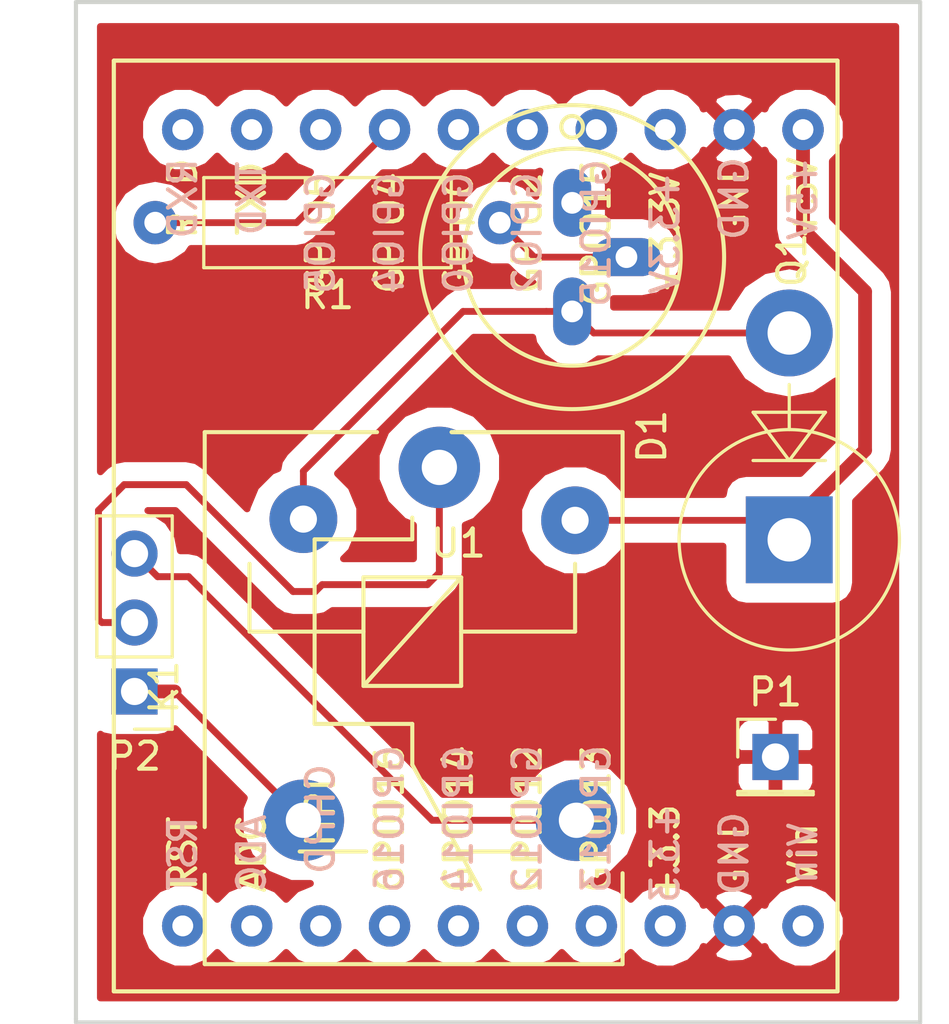
<source format=kicad_pcb>
(kicad_pcb (version 4) (host pcbnew 4.0.6)

  (general
    (links 32)
    (no_connects 0)
    (area 13.127667 24.816999 283.63 109.295001)
    (thickness 1.6)
    (drawings 5)
    (tracks 34)
    (zones 0)
    (modules 8)
    (nets 25)
  )

  (page A4)
  (layers
    (0 F.Cu signal)
    (31 B.Cu signal)
    (32 B.Adhes user hide)
    (33 F.Adhes user hide)
    (34 B.Paste user)
    (35 F.Paste user)
    (36 B.SilkS user hide)
    (37 F.SilkS user)
    (38 B.Mask user hide)
    (39 F.Mask user)
    (40 Dwgs.User user)
    (41 Cmts.User user)
    (42 Eco1.User user)
    (43 Eco2.User user)
    (44 Edge.Cuts user)
    (45 Margin user)
    (46 B.CrtYd user)
    (47 F.CrtYd user)
    (48 B.Fab user)
    (49 F.Fab user)
  )

  (setup
    (last_trace_width 0.25)
    (user_trace_width 0.254)
    (user_trace_width 0.381)
    (user_trace_width 0.508)
    (user_trace_width 0.8128)
    (trace_clearance 0.2)
    (zone_clearance 0.7)
    (zone_45_only no)
    (trace_min 0.2)
    (segment_width 0.2)
    (edge_width 0.15)
    (via_size 0.6)
    (via_drill 0.4)
    (via_min_size 0.4)
    (via_min_drill 0.2)
    (user_via 0.4826 0.3302)
    (user_via 0.5 0.4)
    (user_via 1.905 0.254)
    (uvia_size 0.3)
    (uvia_drill 0.1)
    (uvias_allowed no)
    (uvia_min_size 0.2)
    (uvia_min_drill 0.1)
    (pcb_text_width 0.3)
    (pcb_text_size 1.5 1.5)
    (mod_edge_width 0.15)
    (mod_text_size 1 1)
    (mod_text_width 0.15)
    (pad_size 1.524 1.524)
    (pad_drill 0.762)
    (pad_to_mask_clearance 0.2)
    (aux_axis_origin 0 0)
    (visible_elements FFFFFF7F)
    (pcbplotparams
      (layerselection 0x00030_80000001)
      (usegerberextensions false)
      (excludeedgelayer true)
      (linewidth 0.100000)
      (plotframeref true)
      (viasonmask false)
      (mode 1)
      (useauxorigin false)
      (hpglpennumber 1)
      (hpglpenspeed 20)
      (hpglpendiameter 15)
      (hpglpenoverlay 2)
      (psnegative true)
      (psa4output false)
      (plotreference true)
      (plotvalue true)
      (plotinvisibletext false)
      (padsonsilk false)
      (subtractmaskfromsilk false)
      (outputformat 4)
      (mirror false)
      (drillshape 2)
      (scaleselection 1)
      (outputdirectory exports/))
  )

  (net 0 "")
  (net 1 "Net-(D1-Pad1)")
  (net 2 "Net-(D1-Pad2)")
  (net 3 /GND)
  (net 4 /NO)
  (net 5 /C)
  (net 6 /NC)
  (net 7 "Net-(Q1-Pad2)")
  (net 8 "Net-(R1-Pad2)")
  (net 9 "Net-(U1-Pad9)")
  (net 10 "Net-(U1-Pad8)")
  (net 11 "Net-(U1-Pad7)")
  (net 12 "Net-(U1-Pad5)")
  (net 13 "Net-(U1-Pad4)")
  (net 14 "Net-(U1-Pad3)")
  (net 15 "Net-(U1-Pad2)")
  (net 16 "Net-(U1-Pad19)")
  (net 17 "Net-(U1-Pad18)")
  (net 18 "Net-(U1-Pad17)")
  (net 19 "Net-(U1-Pad16)")
  (net 20 "Net-(U1-Pad15)")
  (net 21 "Net-(U1-Pad14)")
  (net 22 "Net-(U1-Pad13)")
  (net 23 "Net-(U1-Pad12)")
  (net 24 "Net-(U1-Pad10)")

  (net_class Default "This is the default net class."
    (clearance 0.2)
    (trace_width 0.25)
    (via_dia 0.6)
    (via_drill 0.4)
    (uvia_dia 0.3)
    (uvia_drill 0.1)
    (add_net /C)
    (add_net /GND)
    (add_net /NC)
    (add_net /NO)
    (add_net "Net-(D1-Pad1)")
    (add_net "Net-(D1-Pad2)")
    (add_net "Net-(Q1-Pad2)")
    (add_net "Net-(R1-Pad2)")
    (add_net "Net-(U1-Pad10)")
    (add_net "Net-(U1-Pad12)")
    (add_net "Net-(U1-Pad13)")
    (add_net "Net-(U1-Pad14)")
    (add_net "Net-(U1-Pad15)")
    (add_net "Net-(U1-Pad16)")
    (add_net "Net-(U1-Pad17)")
    (add_net "Net-(U1-Pad18)")
    (add_net "Net-(U1-Pad19)")
    (add_net "Net-(U1-Pad2)")
    (add_net "Net-(U1-Pad3)")
    (add_net "Net-(U1-Pad4)")
    (add_net "Net-(U1-Pad5)")
    (add_net "Net-(U1-Pad7)")
    (add_net "Net-(U1-Pad8)")
    (add_net "Net-(U1-Pad9)")
  )

  (module unloqueMCU_ver01_footprint:UnloquerMCU_ver01_footprint (layer F.Cu) (tedit 588BE12C) (tstamp 58DEDF3C)
    (at 30.099 47.371)
    (path /588BB6C9)
    (fp_text reference U1 (at 0 -2.54) (layer F.SilkS)
      (effects (font (size 1 1) (thickness 0.15)))
    )
    (fp_text value UnloquerMCU_ver01 (at 0 -6.35) (layer F.Fab)
      (effects (font (size 1 1) (thickness 0.15)))
    )
    (fp_line (start -12.7 -20.32) (end 13.97 -20.32) (layer F.SilkS) (width 0.15))
    (fp_line (start 13.97 -20.32) (end 13.97 13.97) (layer F.SilkS) (width 0.15))
    (fp_line (start 13.97 13.97) (end -12.7 13.97) (layer F.SilkS) (width 0.15))
    (fp_line (start -12.7 13.97) (end -12.7 -20.32) (layer F.SilkS) (width 0.15))
    (fp_text user RXD (at -10.16 -15.24 90) (layer B.SilkS)
      (effects (font (size 1 1) (thickness 0.15)) (justify mirror))
    )
    (fp_text user TXD (at -7.62 -15.24 90) (layer B.SilkS)
      (effects (font (size 1 1) (thickness 0.15)) (justify mirror))
    )
    (fp_text user GPIO5 (at -5.08 -13.97 90) (layer B.SilkS)
      (effects (font (size 1 1) (thickness 0.15)) (justify mirror))
    )
    (fp_text user GPIO4 (at -2.54 -13.97 90) (layer B.SilkS)
      (effects (font (size 1 1) (thickness 0.15)) (justify mirror))
    )
    (fp_text user GPIO0 (at 0 -13.97 90) (layer B.SilkS)
      (effects (font (size 1 1) (thickness 0.15)) (justify mirror))
    )
    (fp_text user GPIO2 (at 2.54 -13.97 90) (layer B.SilkS)
      (effects (font (size 1 1) (thickness 0.15)) (justify mirror))
    )
    (fp_text user GPIO15 (at 5.08 -13.97 90) (layer B.SilkS)
      (effects (font (size 1 1) (thickness 0.15)) (justify mirror))
    )
    (fp_text user +3.3V (at 7.62 -13.97 90) (layer B.SilkS)
      (effects (font (size 1 1) (thickness 0.15)) (justify mirror))
    )
    (fp_text user GND (at 10.16 -15.24 90) (layer B.SilkS)
      (effects (font (size 1 1) (thickness 0.15)) (justify mirror))
    )
    (fp_text user +5V (at 12.7 -15.24 90) (layer B.SilkS)
      (effects (font (size 1 1) (thickness 0.15)) (justify mirror))
    )
    (fp_text user CHPD (at -5.08 7.62 90) (layer B.SilkS)
      (effects (font (size 1 1) (thickness 0.15)) (justify mirror))
    )
    (fp_text user GPIO16 (at -2.54 7.62 90) (layer B.SilkS)
      (effects (font (size 1 1) (thickness 0.15)) (justify mirror))
    )
    (fp_text user GPIO14 (at 0 7.62 90) (layer B.SilkS)
      (effects (font (size 1 1) (thickness 0.15)) (justify mirror))
    )
    (fp_text user GPIO12 (at 2.54 7.62 90) (layer B.SilkS)
      (effects (font (size 1 1) (thickness 0.15)) (justify mirror))
    )
    (fp_text user GPIO13 (at 5.08 7.62 90) (layer B.SilkS)
      (effects (font (size 1 1) (thickness 0.15)) (justify mirror))
    )
    (fp_text user Vin (at 12.7 8.89 90) (layer B.SilkS)
      (effects (font (size 1 1) (thickness 0.15)) (justify mirror))
    )
    (fp_text user GND (at 10.16 8.89 90) (layer B.SilkS)
      (effects (font (size 1 1) (thickness 0.15)) (justify mirror))
    )
    (fp_text user ADC (at -7.62 8.89 90) (layer B.SilkS)
      (effects (font (size 1 1) (thickness 0.15)) (justify mirror))
    )
    (fp_text user RST (at -10.16 8.89 90) (layer B.SilkS)
      (effects (font (size 1 1) (thickness 0.15)) (justify mirror))
    )
    (fp_text user +3.3 (at 7.62 8.89 90) (layer B.SilkS)
      (effects (font (size 1 1) (thickness 0.15)) (justify mirror))
    )
    (fp_text user GPIO14 (at 0 7.62 90) (layer F.SilkS)
      (effects (font (size 1 1) (thickness 0.15)))
    )
    (fp_text user GPIO12 (at 2.54 7.62 90) (layer F.SilkS)
      (effects (font (size 1 1) (thickness 0.15)))
    )
    (fp_text user +3.3 (at 7.62 8.89 90) (layer F.SilkS)
      (effects (font (size 1 1) (thickness 0.15)))
    )
    (fp_text user GPIO13 (at 5.08 7.62 90) (layer F.SilkS)
      (effects (font (size 1 1) (thickness 0.15)))
    )
    (fp_text user GPIO16 (at -2.54 7.62 90) (layer F.SilkS)
      (effects (font (size 1 1) (thickness 0.15)))
    )
    (fp_text user CHPD (at -5.08 7.62 90) (layer F.SilkS)
      (effects (font (size 1 1) (thickness 0.15)))
    )
    (fp_text user RST (at -10.16 8.89 90) (layer F.SilkS)
      (effects (font (size 1 1) (thickness 0.15)))
    )
    (fp_text user ADC (at -7.62 8.89 90) (layer F.SilkS)
      (effects (font (size 1 1) (thickness 0.15)))
    )
    (fp_text user GND (at 10.16 8.89 90) (layer F.SilkS)
      (effects (font (size 1 1) (thickness 0.15)))
    )
    (fp_text user Vin (at 12.7 8.89 90) (layer F.SilkS)
      (effects (font (size 1 1) (thickness 0.15)))
    )
    (fp_text user +5V (at 12.7 -15.24 90) (layer F.SilkS)
      (effects (font (size 1 1) (thickness 0.15)))
    )
    (fp_text user GND (at 10.16 -15.24 90) (layer F.SilkS)
      (effects (font (size 1 1) (thickness 0.15)))
    )
    (fp_text user TXD (at -7.62 -15.24 90) (layer F.SilkS)
      (effects (font (size 1 1) (thickness 0.15)))
    )
    (fp_text user RXD (at -10.16 -15.24 90) (layer F.SilkS)
      (effects (font (size 1 1) (thickness 0.15)))
    )
    (fp_text user GPIO5 (at -5.08 -13.97 90) (layer F.SilkS)
      (effects (font (size 1 1) (thickness 0.15)))
    )
    (fp_text user GPIO4 (at -2.54 -13.97 90) (layer F.SilkS)
      (effects (font (size 1 1) (thickness 0.15)))
    )
    (fp_text user GPIO15 (at 5.08 -13.97 90) (layer F.SilkS)
      (effects (font (size 1 1) (thickness 0.15)))
    )
    (fp_text user +3.3V (at 7.62 -13.97 90) (layer F.SilkS)
      (effects (font (size 1 1) (thickness 0.15)))
    )
    (fp_text user GPIO2 (at 2.54 -13.97 90) (layer F.SilkS)
      (effects (font (size 1 1) (thickness 0.15)))
    )
    (fp_text user GPIO0 (at 0 -13.97 90) (layer F.SilkS)
      (effects (font (size 1 1) (thickness 0.15)))
    )
    (pad 9 thru_hole circle (at -10.16 -17.78) (size 1.524 1.524) (drill 0.762) (layers *.Cu *.Mask)
      (net 9 "Net-(U1-Pad9)"))
    (pad 8 thru_hole circle (at -7.62 -17.78) (size 1.524 1.524) (drill 0.762) (layers *.Cu *.Mask)
      (net 10 "Net-(U1-Pad8)"))
    (pad 7 thru_hole circle (at -5.08 -17.78) (size 1.524 1.524) (drill 0.762) (layers *.Cu *.Mask)
      (net 11 "Net-(U1-Pad7)"))
    (pad 6 thru_hole circle (at -2.54 -17.78) (size 1.524 1.524) (drill 0.762) (layers *.Cu *.Mask)
      (net 8 "Net-(R1-Pad2)"))
    (pad 5 thru_hole circle (at 0 -17.78) (size 1.524 1.524) (drill 0.762) (layers *.Cu *.Mask)
      (net 12 "Net-(U1-Pad5)"))
    (pad 4 thru_hole circle (at 2.54 -17.78) (size 1.524 1.524) (drill 0.762) (layers *.Cu *.Mask)
      (net 13 "Net-(U1-Pad4)"))
    (pad 3 thru_hole circle (at 5.08 -17.78) (size 1.524 1.524) (drill 0.762) (layers *.Cu *.Mask)
      (net 14 "Net-(U1-Pad3)"))
    (pad 2 thru_hole circle (at 7.62 -17.78) (size 1.524 1.524) (drill 0.762) (layers *.Cu *.Mask)
      (net 15 "Net-(U1-Pad2)"))
    (pad 1 thru_hole circle (at 10.16 -17.78) (size 1.524 1.524) (drill 0.762) (layers *.Cu *.Mask)
      (net 3 /GND))
    (pad 0 thru_hole circle (at 12.7 -17.78) (size 1.524 1.524) (drill 0.762) (layers *.Cu *.Mask)
      (net 1 "Net-(D1-Pad1)"))
    (pad 19 thru_hole circle (at -10.16 11.557) (size 1.524 1.524) (drill 0.762) (layers *.Cu *.Mask)
      (net 16 "Net-(U1-Pad19)"))
    (pad 18 thru_hole circle (at -7.62 11.557) (size 1.524 1.524) (drill 0.762) (layers *.Cu *.Mask)
      (net 17 "Net-(U1-Pad18)"))
    (pad 17 thru_hole circle (at -5.08 11.557) (size 1.524 1.524) (drill 0.762) (layers *.Cu *.Mask)
      (net 18 "Net-(U1-Pad17)"))
    (pad 16 thru_hole circle (at -2.54 11.557) (size 1.524 1.524) (drill 0.762) (layers *.Cu *.Mask)
      (net 19 "Net-(U1-Pad16)"))
    (pad 15 thru_hole circle (at 0 11.557) (size 1.524 1.524) (drill 0.762) (layers *.Cu *.Mask)
      (net 20 "Net-(U1-Pad15)"))
    (pad 14 thru_hole circle (at 2.54 11.557) (size 1.524 1.524) (drill 0.762) (layers *.Cu *.Mask)
      (net 21 "Net-(U1-Pad14)"))
    (pad 13 thru_hole circle (at 5.08 11.557) (size 1.524 1.524) (drill 0.762) (layers *.Cu *.Mask)
      (net 22 "Net-(U1-Pad13)"))
    (pad 12 thru_hole circle (at 7.62 11.557) (size 1.524 1.524) (drill 0.762) (layers *.Cu *.Mask)
      (net 23 "Net-(U1-Pad12)"))
    (pad 11 thru_hole circle (at 10.16 11.557) (size 1.524 1.524) (drill 0.762) (layers *.Cu *.Mask)
      (net 3 /GND))
    (pad 10 thru_hole circle (at 12.7 11.557) (size 1.524 1.524) (drill 0.762) (layers *.Cu *.Mask)
      (net 24 "Net-(U1-Pad10)"))
  )

  (module Pin_Headers:Pin_Header_Straight_1x01_Pitch2.54mm (layer F.Cu) (tedit 5862ED52) (tstamp 58DEDF2A)
    (at 41.783 52.705)
    (descr "Through hole straight pin header, 1x01, 2.54mm pitch, single row")
    (tags "Through hole pin header THT 1x01 2.54mm single row")
    (path /588BCB20)
    (fp_text reference P1 (at 0 -2.39) (layer F.SilkS)
      (effects (font (size 1 1) (thickness 0.15)))
    )
    (fp_text value CONN_01X01 (at 0 2.39) (layer F.Fab)
      (effects (font (size 1 1) (thickness 0.15)))
    )
    (fp_line (start -1.27 -1.27) (end -1.27 1.27) (layer F.Fab) (width 0.1))
    (fp_line (start -1.27 1.27) (end 1.27 1.27) (layer F.Fab) (width 0.1))
    (fp_line (start 1.27 1.27) (end 1.27 -1.27) (layer F.Fab) (width 0.1))
    (fp_line (start 1.27 -1.27) (end -1.27 -1.27) (layer F.Fab) (width 0.1))
    (fp_line (start -1.39 1.27) (end -1.39 1.39) (layer F.SilkS) (width 0.12))
    (fp_line (start -1.39 1.39) (end 1.39 1.39) (layer F.SilkS) (width 0.12))
    (fp_line (start 1.39 1.39) (end 1.39 1.27) (layer F.SilkS) (width 0.12))
    (fp_line (start 1.39 1.27) (end -1.39 1.27) (layer F.SilkS) (width 0.12))
    (fp_line (start -1.39 0) (end -1.39 -1.39) (layer F.SilkS) (width 0.12))
    (fp_line (start -1.39 -1.39) (end 0 -1.39) (layer F.SilkS) (width 0.12))
    (fp_line (start -1.6 -1.6) (end -1.6 1.6) (layer F.CrtYd) (width 0.05))
    (fp_line (start -1.6 1.6) (end 1.6 1.6) (layer F.CrtYd) (width 0.05))
    (fp_line (start 1.6 1.6) (end 1.6 -1.6) (layer F.CrtYd) (width 0.05))
    (fp_line (start 1.6 -1.6) (end -1.6 -1.6) (layer F.CrtYd) (width 0.05))
    (pad 1 thru_hole rect (at 0 0) (size 1.7 1.7) (drill 1) (layers *.Cu *.Mask)
      (net 3 /GND))
    (model Pin_Headers.3dshapes/Pin_Header_Straight_1x01_Pitch2.54mm.wrl
      (at (xyz 0 0 0))
      (scale (xyz 1 1 1))
      (rotate (xyz 0 0 90))
    )
  )

  (module Pin_Headers:Pin_Header_Straight_1x03_Pitch2.54mm (layer F.Cu) (tedit 5862ED52) (tstamp 58DEDF16)
    (at 18.161 50.292 180)
    (descr "Through hole straight pin header, 1x03, 2.54mm pitch, single row")
    (tags "Through hole pin header THT 1x03 2.54mm single row")
    (path /588BC21A)
    (fp_text reference P2 (at 0 -2.39 180) (layer F.SilkS)
      (effects (font (size 1 1) (thickness 0.15)))
    )
    (fp_text value CONN_01X03 (at 0 7.47 180) (layer F.Fab)
      (effects (font (size 1 1) (thickness 0.15)))
    )
    (fp_line (start -1.27 -1.27) (end -1.27 6.35) (layer F.Fab) (width 0.1))
    (fp_line (start -1.27 6.35) (end 1.27 6.35) (layer F.Fab) (width 0.1))
    (fp_line (start 1.27 6.35) (end 1.27 -1.27) (layer F.Fab) (width 0.1))
    (fp_line (start 1.27 -1.27) (end -1.27 -1.27) (layer F.Fab) (width 0.1))
    (fp_line (start -1.39 1.27) (end -1.39 6.47) (layer F.SilkS) (width 0.12))
    (fp_line (start -1.39 6.47) (end 1.39 6.47) (layer F.SilkS) (width 0.12))
    (fp_line (start 1.39 6.47) (end 1.39 1.27) (layer F.SilkS) (width 0.12))
    (fp_line (start 1.39 1.27) (end -1.39 1.27) (layer F.SilkS) (width 0.12))
    (fp_line (start -1.39 0) (end -1.39 -1.39) (layer F.SilkS) (width 0.12))
    (fp_line (start -1.39 -1.39) (end 0 -1.39) (layer F.SilkS) (width 0.12))
    (fp_line (start -1.6 -1.6) (end -1.6 6.6) (layer F.CrtYd) (width 0.05))
    (fp_line (start -1.6 6.6) (end 1.6 6.6) (layer F.CrtYd) (width 0.05))
    (fp_line (start 1.6 6.6) (end 1.6 -1.6) (layer F.CrtYd) (width 0.05))
    (fp_line (start 1.6 -1.6) (end -1.6 -1.6) (layer F.CrtYd) (width 0.05))
    (pad 1 thru_hole rect (at 0 0 180) (size 1.7 1.7) (drill 1) (layers *.Cu *.Mask)
      (net 4 /NO))
    (pad 2 thru_hole oval (at 0 2.54 180) (size 1.7 1.7) (drill 1) (layers *.Cu *.Mask)
      (net 5 /C))
    (pad 3 thru_hole oval (at 0 5.08 180) (size 1.7 1.7) (drill 1) (layers *.Cu *.Mask)
      (net 6 /NC))
    (model Pin_Headers.3dshapes/Pin_Header_Straight_1x03_Pitch2.54mm.wrl
      (at (xyz 0 -0.1 0))
      (scale (xyz 1 1 1))
      (rotate (xyz 0 0 90))
    )
  )

  (module Transistors_OldSowjetAera:OldSowjetaera_Transistor_Type-II_BigPads (layer F.Cu) (tedit 0) (tstamp 58DEDF0D)
    (at 34.29 34.29 270)
    (path /588BC1ED)
    (fp_text reference Q1 (at 0.1 -8.1 270) (layer F.SilkS)
      (effects (font (size 1 1) (thickness 0.15)))
    )
    (fp_text value PN2222A (at 0.1 7.6 270) (layer F.Fab)
      (effects (font (size 1 1) (thickness 0.15)))
    )
    (fp_circle (center -4.8 0) (end -4.8 0.4) (layer F.SilkS) (width 0.15))
    (fp_circle (center 0 0) (end 4 0) (layer F.SilkS) (width 0.15))
    (fp_circle (center 0 0) (end 5.6 0) (layer F.SilkS) (width 0.15))
    (pad 2 thru_hole oval (at 0 -2 270) (size 1.4 2.5) (drill 0.8) (layers *.Cu *.Mask)
      (net 7 "Net-(Q1-Pad2)"))
    (pad 1 thru_hole oval (at -2 0) (size 1.4 2.5) (drill 0.8) (layers *.Cu *.Mask)
      (net 3 /GND))
    (pad 3 thru_hole oval (at 2 0) (size 1.4 2.5) (drill 0.8) (layers *.Cu *.Mask)
      (net 2 "Net-(D1-Pad2)"))
    (model Transistors_OldSowjetAera.3dshapes/OldSowjetaera_Transistor_Type-II_BigPads.wrl
      (at (xyz 0 0 0))
      (scale (xyz 0.3937 0.3937 0.3937))
      (rotate (xyz 0 0 0))
    )
  )

  (module Resistors_ThroughHole:R_Axial_DIN0309_L9.0mm_D3.2mm_P12.70mm_Horizontal (layer F.Cu) (tedit 5874F706) (tstamp 58DEDEF8)
    (at 31.623 33.02 180)
    (descr "Resistor, Axial_DIN0309 series, Axial, Horizontal, pin pitch=12.7mm, 0.5W = 1/2W, length*diameter=9*3.2mm^2, http://cdn-reichelt.de/documents/datenblatt/B400/1_4W%23YAG.pdf")
    (tags "Resistor Axial_DIN0309 series Axial Horizontal pin pitch 12.7mm 0.5W = 1/2W length 9mm diameter 3.2mm")
    (path /588BC1C8)
    (fp_text reference R1 (at 6.35 -2.66 180) (layer F.SilkS)
      (effects (font (size 1 1) (thickness 0.15)))
    )
    (fp_text value R (at 6.35 2.66 180) (layer F.Fab)
      (effects (font (size 1 1) (thickness 0.15)))
    )
    (fp_line (start 1.85 -1.6) (end 1.85 1.6) (layer F.Fab) (width 0.1))
    (fp_line (start 1.85 1.6) (end 10.85 1.6) (layer F.Fab) (width 0.1))
    (fp_line (start 10.85 1.6) (end 10.85 -1.6) (layer F.Fab) (width 0.1))
    (fp_line (start 10.85 -1.6) (end 1.85 -1.6) (layer F.Fab) (width 0.1))
    (fp_line (start 0 0) (end 1.85 0) (layer F.Fab) (width 0.1))
    (fp_line (start 12.7 0) (end 10.85 0) (layer F.Fab) (width 0.1))
    (fp_line (start 1.79 -1.66) (end 1.79 1.66) (layer F.SilkS) (width 0.12))
    (fp_line (start 1.79 1.66) (end 10.91 1.66) (layer F.SilkS) (width 0.12))
    (fp_line (start 10.91 1.66) (end 10.91 -1.66) (layer F.SilkS) (width 0.12))
    (fp_line (start 10.91 -1.66) (end 1.79 -1.66) (layer F.SilkS) (width 0.12))
    (fp_line (start 0.98 0) (end 1.79 0) (layer F.SilkS) (width 0.12))
    (fp_line (start 11.72 0) (end 10.91 0) (layer F.SilkS) (width 0.12))
    (fp_line (start -1.05 -1.95) (end -1.05 1.95) (layer F.CrtYd) (width 0.05))
    (fp_line (start -1.05 1.95) (end 13.75 1.95) (layer F.CrtYd) (width 0.05))
    (fp_line (start 13.75 1.95) (end 13.75 -1.95) (layer F.CrtYd) (width 0.05))
    (fp_line (start 13.75 -1.95) (end -1.05 -1.95) (layer F.CrtYd) (width 0.05))
    (pad 1 thru_hole circle (at 0 0 180) (size 1.6 1.6) (drill 0.8) (layers *.Cu *.Mask)
      (net 7 "Net-(Q1-Pad2)"))
    (pad 2 thru_hole oval (at 12.7 0 180) (size 1.6 1.6) (drill 0.8) (layers *.Cu *.Mask)
      (net 8 "Net-(R1-Pad2)"))
    (model Resistors_ThroughHole.3dshapes/R_Axial_DIN0309_L9.0mm_D3.2mm_P12.70mm_Horizontal.wrl
      (at (xyz 0 0 0))
      (scale (xyz 0.393701 0.393701 0.393701))
      (rotate (xyz 0 0 0))
    )
  )

  (module unloqueMCU_ver01_footprint:UnloquerMCU_ver01_footprint (layer F.Cu) (tedit 588BE12C) (tstamp 58DEDEB5)
    (at 30.099 47.371)
    (path /588BB6C9)
    (fp_text reference U1 (at 0 -2.54) (layer F.SilkS)
      (effects (font (size 1 1) (thickness 0.15)))
    )
    (fp_text value UnloquerMCU_ver01 (at 0 -6.35) (layer F.Fab)
      (effects (font (size 1 1) (thickness 0.15)))
    )
    (fp_line (start -12.7 -20.32) (end 13.97 -20.32) (layer F.SilkS) (width 0.15))
    (fp_line (start 13.97 -20.32) (end 13.97 13.97) (layer F.SilkS) (width 0.15))
    (fp_line (start 13.97 13.97) (end -12.7 13.97) (layer F.SilkS) (width 0.15))
    (fp_line (start -12.7 13.97) (end -12.7 -20.32) (layer F.SilkS) (width 0.15))
    (fp_text user RXD (at -10.16 -15.24 90) (layer B.SilkS)
      (effects (font (size 1 1) (thickness 0.15)) (justify mirror))
    )
    (fp_text user TXD (at -7.62 -15.24 90) (layer B.SilkS)
      (effects (font (size 1 1) (thickness 0.15)) (justify mirror))
    )
    (fp_text user GPIO5 (at -5.08 -13.97 90) (layer B.SilkS)
      (effects (font (size 1 1) (thickness 0.15)) (justify mirror))
    )
    (fp_text user GPIO4 (at -2.54 -13.97 90) (layer B.SilkS)
      (effects (font (size 1 1) (thickness 0.15)) (justify mirror))
    )
    (fp_text user GPIO0 (at 0 -13.97 90) (layer B.SilkS)
      (effects (font (size 1 1) (thickness 0.15)) (justify mirror))
    )
    (fp_text user GPIO2 (at 2.54 -13.97 90) (layer B.SilkS)
      (effects (font (size 1 1) (thickness 0.15)) (justify mirror))
    )
    (fp_text user GPIO15 (at 5.08 -13.97 90) (layer B.SilkS)
      (effects (font (size 1 1) (thickness 0.15)) (justify mirror))
    )
    (fp_text user +3.3V (at 7.62 -13.97 90) (layer B.SilkS)
      (effects (font (size 1 1) (thickness 0.15)) (justify mirror))
    )
    (fp_text user GND (at 10.16 -15.24 90) (layer B.SilkS)
      (effects (font (size 1 1) (thickness 0.15)) (justify mirror))
    )
    (fp_text user +5V (at 12.7 -15.24 90) (layer B.SilkS)
      (effects (font (size 1 1) (thickness 0.15)) (justify mirror))
    )
    (fp_text user CHPD (at -5.08 7.62 90) (layer B.SilkS)
      (effects (font (size 1 1) (thickness 0.15)) (justify mirror))
    )
    (fp_text user GPIO16 (at -2.54 7.62 90) (layer B.SilkS)
      (effects (font (size 1 1) (thickness 0.15)) (justify mirror))
    )
    (fp_text user GPIO14 (at 0 7.62 90) (layer B.SilkS)
      (effects (font (size 1 1) (thickness 0.15)) (justify mirror))
    )
    (fp_text user GPIO12 (at 2.54 7.62 90) (layer B.SilkS)
      (effects (font (size 1 1) (thickness 0.15)) (justify mirror))
    )
    (fp_text user GPIO13 (at 5.08 7.62 90) (layer B.SilkS)
      (effects (font (size 1 1) (thickness 0.15)) (justify mirror))
    )
    (fp_text user Vin (at 12.7 8.89 90) (layer B.SilkS)
      (effects (font (size 1 1) (thickness 0.15)) (justify mirror))
    )
    (fp_text user GND (at 10.16 8.89 90) (layer B.SilkS)
      (effects (font (size 1 1) (thickness 0.15)) (justify mirror))
    )
    (fp_text user ADC (at -7.62 8.89 90) (layer B.SilkS)
      (effects (font (size 1 1) (thickness 0.15)) (justify mirror))
    )
    (fp_text user RST (at -10.16 8.89 90) (layer B.SilkS)
      (effects (font (size 1 1) (thickness 0.15)) (justify mirror))
    )
    (fp_text user +3.3 (at 7.62 8.89 90) (layer B.SilkS)
      (effects (font (size 1 1) (thickness 0.15)) (justify mirror))
    )
    (fp_text user GPIO14 (at 0 7.62 90) (layer F.SilkS)
      (effects (font (size 1 1) (thickness 0.15)))
    )
    (fp_text user GPIO12 (at 2.54 7.62 90) (layer F.SilkS)
      (effects (font (size 1 1) (thickness 0.15)))
    )
    (fp_text user +3.3 (at 7.62 8.89 90) (layer F.SilkS)
      (effects (font (size 1 1) (thickness 0.15)))
    )
    (fp_text user GPIO13 (at 5.08 7.62 90) (layer F.SilkS)
      (effects (font (size 1 1) (thickness 0.15)))
    )
    (fp_text user GPIO16 (at -2.54 7.62 90) (layer F.SilkS)
      (effects (font (size 1 1) (thickness 0.15)))
    )
    (fp_text user CHPD (at -5.08 7.62 90) (layer F.SilkS)
      (effects (font (size 1 1) (thickness 0.15)))
    )
    (fp_text user RST (at -10.16 8.89 90) (layer F.SilkS)
      (effects (font (size 1 1) (thickness 0.15)))
    )
    (fp_text user ADC (at -7.62 8.89 90) (layer F.SilkS)
      (effects (font (size 1 1) (thickness 0.15)))
    )
    (fp_text user GND (at 10.16 8.89 90) (layer F.SilkS)
      (effects (font (size 1 1) (thickness 0.15)))
    )
    (fp_text user Vin (at 12.7 8.89 90) (layer F.SilkS)
      (effects (font (size 1 1) (thickness 0.15)))
    )
    (fp_text user +5V (at 12.7 -15.24 90) (layer F.SilkS)
      (effects (font (size 1 1) (thickness 0.15)))
    )
    (fp_text user GND (at 10.16 -15.24 90) (layer F.SilkS)
      (effects (font (size 1 1) (thickness 0.15)))
    )
    (fp_text user TXD (at -7.62 -15.24 90) (layer F.SilkS)
      (effects (font (size 1 1) (thickness 0.15)))
    )
    (fp_text user RXD (at -10.16 -15.24 90) (layer F.SilkS)
      (effects (font (size 1 1) (thickness 0.15)))
    )
    (fp_text user GPIO5 (at -5.08 -13.97 90) (layer F.SilkS)
      (effects (font (size 1 1) (thickness 0.15)))
    )
    (fp_text user GPIO4 (at -2.54 -13.97 90) (layer F.SilkS)
      (effects (font (size 1 1) (thickness 0.15)))
    )
    (fp_text user GPIO15 (at 5.08 -13.97 90) (layer F.SilkS)
      (effects (font (size 1 1) (thickness 0.15)))
    )
    (fp_text user +3.3V (at 7.62 -13.97 90) (layer F.SilkS)
      (effects (font (size 1 1) (thickness 0.15)))
    )
    (fp_text user GPIO2 (at 2.54 -13.97 90) (layer F.SilkS)
      (effects (font (size 1 1) (thickness 0.15)))
    )
    (fp_text user GPIO0 (at 0 -13.97 90) (layer F.SilkS)
      (effects (font (size 1 1) (thickness 0.15)))
    )
    (pad 9 thru_hole circle (at -10.16 -17.78) (size 1.524 1.524) (drill 0.762) (layers *.Cu *.Mask)
      (net 9 "Net-(U1-Pad9)"))
    (pad 8 thru_hole circle (at -7.62 -17.78) (size 1.524 1.524) (drill 0.762) (layers *.Cu *.Mask)
      (net 10 "Net-(U1-Pad8)"))
    (pad 7 thru_hole circle (at -5.08 -17.78) (size 1.524 1.524) (drill 0.762) (layers *.Cu *.Mask)
      (net 11 "Net-(U1-Pad7)"))
    (pad 6 thru_hole circle (at -2.54 -17.78) (size 1.524 1.524) (drill 0.762) (layers *.Cu *.Mask)
      (net 8 "Net-(R1-Pad2)"))
    (pad 5 thru_hole circle (at 0 -17.78) (size 1.524 1.524) (drill 0.762) (layers *.Cu *.Mask)
      (net 12 "Net-(U1-Pad5)"))
    (pad 4 thru_hole circle (at 2.54 -17.78) (size 1.524 1.524) (drill 0.762) (layers *.Cu *.Mask)
      (net 13 "Net-(U1-Pad4)"))
    (pad 3 thru_hole circle (at 5.08 -17.78) (size 1.524 1.524) (drill 0.762) (layers *.Cu *.Mask)
      (net 14 "Net-(U1-Pad3)"))
    (pad 2 thru_hole circle (at 7.62 -17.78) (size 1.524 1.524) (drill 0.762) (layers *.Cu *.Mask)
      (net 15 "Net-(U1-Pad2)"))
    (pad 1 thru_hole circle (at 10.16 -17.78) (size 1.524 1.524) (drill 0.762) (layers *.Cu *.Mask)
      (net 3 /GND))
    (pad 0 thru_hole circle (at 12.7 -17.78) (size 1.524 1.524) (drill 0.762) (layers *.Cu *.Mask)
      (net 1 "Net-(D1-Pad1)"))
    (pad 19 thru_hole circle (at -10.16 11.557) (size 1.524 1.524) (drill 0.762) (layers *.Cu *.Mask)
      (net 16 "Net-(U1-Pad19)"))
    (pad 18 thru_hole circle (at -7.62 11.557) (size 1.524 1.524) (drill 0.762) (layers *.Cu *.Mask)
      (net 17 "Net-(U1-Pad18)"))
    (pad 17 thru_hole circle (at -5.08 11.557) (size 1.524 1.524) (drill 0.762) (layers *.Cu *.Mask)
      (net 18 "Net-(U1-Pad17)"))
    (pad 16 thru_hole circle (at -2.54 11.557) (size 1.524 1.524) (drill 0.762) (layers *.Cu *.Mask)
      (net 19 "Net-(U1-Pad16)"))
    (pad 15 thru_hole circle (at 0 11.557) (size 1.524 1.524) (drill 0.762) (layers *.Cu *.Mask)
      (net 20 "Net-(U1-Pad15)"))
    (pad 14 thru_hole circle (at 2.54 11.557) (size 1.524 1.524) (drill 0.762) (layers *.Cu *.Mask)
      (net 21 "Net-(U1-Pad14)"))
    (pad 13 thru_hole circle (at 5.08 11.557) (size 1.524 1.524) (drill 0.762) (layers *.Cu *.Mask)
      (net 22 "Net-(U1-Pad13)"))
    (pad 12 thru_hole circle (at 7.62 11.557) (size 1.524 1.524) (drill 0.762) (layers *.Cu *.Mask)
      (net 23 "Net-(U1-Pad12)"))
    (pad 11 thru_hole circle (at 10.16 11.557) (size 1.524 1.524) (drill 0.762) (layers *.Cu *.Mask)
      (net 3 /GND))
    (pad 10 thru_hole circle (at 12.7 11.557) (size 1.524 1.524) (drill 0.762) (layers *.Cu *.Mask)
      (net 24 "Net-(U1-Pad10)"))
  )

  (module Diodes_ThroughHole:D_5KPW_P7.62mm_Vertical_AnodeUp (layer F.Cu) (tedit 5877C982) (tstamp 58DEDEA3)
    (at 42.291 44.704 90)
    (descr "D, 5KPW series, Axial, Vertical, pin pitch=7.62mm, , length*diameter=9*8mm^2, , http://www.diodes.com/_files/packages/8686949.gif")
    (tags "D 5KPW series Axial Vertical pin pitch 7.62mm  length 9mm diameter 8mm")
    (path /588BC269)
    (fp_text reference D1 (at 3.81 -5.06 90) (layer F.SilkS)
      (effects (font (size 1 1) (thickness 0.15)))
    )
    (fp_text value D (at 3.81 5.06 90) (layer F.Fab)
      (effects (font (size 1 1) (thickness 0.15)))
    )
    (fp_circle (center 0 0) (end 4 0) (layer F.Fab) (width 0.1))
    (fp_circle (center 0 0) (end 4.06 0) (layer F.SilkS) (width 0.12))
    (fp_line (start 0 0) (end 7.62 0) (layer F.Fab) (width 0.1))
    (fp_line (start 4.06 0) (end 5.72 0) (layer F.SilkS) (width 0.12))
    (fp_line (start 2.921 -1.3335) (end 2.921 1.3335) (layer F.SilkS) (width 0.12))
    (fp_line (start 2.921 0) (end 4.699 -1.3335) (layer F.SilkS) (width 0.12))
    (fp_line (start 4.699 -1.3335) (end 4.699 1.3335) (layer F.SilkS) (width 0.12))
    (fp_line (start 4.699 1.3335) (end 2.921 0) (layer F.SilkS) (width 0.12))
    (fp_line (start -4.35 -4.35) (end -4.35 4.35) (layer F.CrtYd) (width 0.05))
    (fp_line (start -4.35 4.35) (end 9.55 4.35) (layer F.CrtYd) (width 0.05))
    (fp_line (start 9.55 4.35) (end 9.55 -4.35) (layer F.CrtYd) (width 0.05))
    (fp_line (start 9.55 -4.35) (end -4.35 -4.35) (layer F.CrtYd) (width 0.05))
    (fp_text user K (at -4.76 0 90) (layer F.Fab)
      (effects (font (size 1 1) (thickness 0.15)))
    )
    (pad 1 thru_hole rect (at 0 0 90) (size 3.2 3.2) (drill 1.6) (layers *.Cu *.Mask)
      (net 1 "Net-(D1-Pad1)"))
    (pad 2 thru_hole oval (at 7.62 0 90) (size 3.2 3.2) (drill 1.6) (layers *.Cu *.Mask)
      (net 2 "Net-(D1-Pad2)"))
    (model Diodes_ThroughHole.3dshapes/D_5KPW_P7.62mm_Vertical_AnodeUp.wrl
      (at (xyz 0 0 0))
      (scale (xyz 0.393701 0.393701 0.393701))
      (rotate (xyz 0 0 0))
    )
  )

  (module unloquer_footprints:Relay_SANYOU_SRD_Series_Form_C_small (layer F.Cu) (tedit 589F6593) (tstamp 58DEDE82)
    (at 28.448 42.037 270)
    (descr "relay, Sanyou SRD series Form C")
    (path /588BE8DE)
    (fp_text reference K1 (at 8.1 9.2 270) (layer F.SilkS)
      (effects (font (size 1 1) (thickness 0.15)))
    )
    (fp_text value RELAYPTH4 (at 8 -9.6 270) (layer F.Fab)
      (effects (font (size 1 1) (thickness 0.15)))
    )
    (fp_line (start 15 7.7) (end 18.3 7.7) (layer F.SilkS) (width 0.15))
    (fp_line (start 18.3 7.7) (end 18.3 -7.7) (layer F.SilkS) (width 0.15))
    (fp_line (start 18.3 -7.7) (end 14.95 -7.7) (layer F.SilkS) (width 0.15))
    (fp_line (start -1.3 1.35) (end -1.3 7.7) (layer F.SilkS) (width 0.15))
    (fp_line (start -1.3 7.7) (end 13.25 7.7) (layer F.SilkS) (width 0.15))
    (fp_line (start -1.3 -1.4) (end -1.3 -7.7) (layer F.SilkS) (width 0.15))
    (fp_line (start -1.3 -7.7) (end 13.45 -7.7) (layer F.SilkS) (width 0.15))
    (fp_line (start -1.3 -7.65) (end -1.3 -1.4) (layer F.SilkS) (width 0.15))
    (fp_line (start 14.15 4.2) (end 14.15 1.75) (layer F.SilkS) (width 0.15))
    (fp_line (start 14.15 -4.2) (end 14.15 -1.7) (layer F.SilkS) (width 0.15))
    (fp_line (start 3.55 6.05) (end 6.05 6.05) (layer F.SilkS) (width 0.15))
    (fp_line (start 2.65 0.05) (end 1.85 0.05) (layer F.SilkS) (width 0.15))
    (fp_line (start 6.05 -5.95) (end 3.55 -5.95) (layer F.SilkS) (width 0.15))
    (fp_line (start 9.45 0.05) (end 10.95 0.05) (layer F.SilkS) (width 0.15))
    (fp_line (start 10.95 0.05) (end 15.55 -2.45) (layer F.SilkS) (width 0.15))
    (fp_line (start 9.45 3.65) (end 2.65 3.65) (layer F.SilkS) (width 0.15))
    (fp_line (start 9.45 0.05) (end 9.45 3.65) (layer F.SilkS) (width 0.15))
    (fp_line (start 2.65 0.05) (end 2.65 3.65) (layer F.SilkS) (width 0.15))
    (fp_line (start 6.05 -5.95) (end 6.05 -1.75) (layer F.SilkS) (width 0.15))
    (fp_line (start 6.05 1.85) (end 6.05 6.05) (layer F.SilkS) (width 0.15))
    (fp_line (start 8.05 1.85) (end 4.05 -1.75) (layer F.SilkS) (width 0.15))
    (fp_line (start 4.05 1.85) (end 4.05 -1.75) (layer F.SilkS) (width 0.15))
    (fp_line (start 4.05 -1.75) (end 8.05 -1.75) (layer F.SilkS) (width 0.15))
    (fp_line (start 8.05 -1.75) (end 8.05 1.85) (layer F.SilkS) (width 0.15))
    (fp_line (start 8.05 1.85) (end 4.05 1.85) (layer F.SilkS) (width 0.15))
    (pad 1 thru_hole circle (at 1.905 4.064) (size 2.5 2.5) (drill 1) (layers *.Cu *.Mask)
      (net 2 "Net-(D1-Pad2)"))
    (pad 3 thru_hole circle (at 13 4.064) (size 3 3) (drill 1.3) (layers *.Cu *.Mask)
      (net 4 /NO))
    (pad 2 thru_hole circle (at 13 -6) (size 3 3) (drill 1.3) (layers *.Cu *.Mask)
      (net 6 /NC))
    (pad 5 thru_hole circle (at 1.95 -5.95) (size 2.5 2.5) (drill 1) (layers *.Cu *.Mask)
      (net 1 "Net-(D1-Pad1)"))
    (pad 4 thru_hole circle (at 0 -0.94742) (size 3 3) (drill 1.3) (layers *.Cu *.Mask)
      (net 5 /C))
    (model Relays_ThroughHole.3dshapes/Relay_SANYOU_SRD_Series_Form_C.wrl
      (at (xyz 0 0 0))
      (scale (xyz 1 1 1))
      (rotate (xyz 0 0 0))
    )
  )

  (gr_line (start 16.002 62.357) (end 16.002 24.892) (angle 90) (layer Edge.Cuts) (width 0.15) (tstamp 58DEDFA5))
  (gr_line (start 16.002 24.892) (end 47.117 24.892) (angle 90) (layer Edge.Cuts) (width 0.15) (tstamp 58DEDFA4))
  (gr_line (start 47.117 24.892) (end 47.117 62.484) (angle 90) (layer Edge.Cuts) (width 0.15) (tstamp 58DEDFA3))
  (gr_line (start 47.117 62.484) (end 16.002 62.484) (angle 90) (layer Edge.Cuts) (width 0.15) (tstamp 58DEDFA2))
  (gr_line (start 16.002 62.484) (end 16.002 62.357) (angle 90) (layer Edge.Cuts) (width 0.15) (tstamp 58DEDFA1))

  (segment (start 41.574 43.987) (end 42.291 44.704) (width 0.25) (layer F.Cu) (net 1) (tstamp 58DEDF85))
  (segment (start 34.398 43.987) (end 41.574 43.987) (width 0.25) (layer F.Cu) (net 1) (tstamp 58DEDF84))
  (segment (start 42.291 44.196) (end 42.291 44.704) (width 0.508) (layer F.Cu) (net 1) (tstamp 58DEDF83))
  (segment (start 45.085 41.402) (end 42.291 44.196) (width 0.508) (layer F.Cu) (net 1) (tstamp 58DEDF82))
  (segment (start 45.085 35.56) (end 45.085 41.402) (width 0.508) (layer F.Cu) (net 1) (tstamp 58DEDF81))
  (segment (start 42.799 33.274) (end 45.085 35.56) (width 0.508) (layer F.Cu) (net 1) (tstamp 58DEDF80))
  (segment (start 42.799 29.591) (end 42.799 33.274) (width 0.508) (layer F.Cu) (net 1) (tstamp 58DEDF7F))
  (segment (start 33.34 36.29) (end 34.29 36.29) (width 0.25) (layer F.Cu) (net 2) (tstamp 58DEDF8B))
  (segment (start 30.268234 36.29) (end 33.34 36.29) (width 0.25) (layer F.Cu) (net 2) (tstamp 58DEDF8A))
  (segment (start 24.384 42.174234) (end 30.268234 36.29) (width 0.25) (layer F.Cu) (net 2) (tstamp 58DEDF89))
  (segment (start 24.384 43.942) (end 24.384 42.174234) (width 0.25) (layer F.Cu) (net 2) (tstamp 58DEDF88))
  (segment (start 35.084 37.084) (end 34.29 36.29) (width 0.25) (layer F.Cu) (net 2) (tstamp 58DEDF87))
  (segment (start 42.291 37.084) (end 35.084 37.084) (width 0.25) (layer F.Cu) (net 2) (tstamp 58DEDF86))
  (segment (start 19.639 50.292) (end 24.384 55.037) (width 0.254) (layer F.Cu) (net 4) (tstamp 58DEDF8D))
  (segment (start 18.161 50.292) (end 19.639 50.292) (width 0.508) (layer F.Cu) (net 4) (tstamp 58DEDF8C))
  (segment (start 16.958919 47.752) (end 16.831919 47.625) (width 0.254) (layer F.Cu) (net 5) (tstamp 58DEDF98))
  (segment (start 18.161 47.752) (end 16.958919 47.752) (width 0.254) (layer F.Cu) (net 5) (tstamp 58DEDF97))
  (segment (start 16.831919 47.625) (end 16.831919 43.620081) (width 0.254) (layer F.Cu) (net 5) (tstamp 58DEDF96))
  (segment (start 16.831919 43.620081) (end 17.78 42.672) (width 0.254) (layer F.Cu) (net 5) (tstamp 58DEDF95))
  (segment (start 17.78 42.672) (end 20.066 42.672) (width 0.254) (layer F.Cu) (net 5) (tstamp 58DEDF94))
  (segment (start 20.066 42.672) (end 24.003 46.609) (width 0.254) (layer F.Cu) (net 5) (tstamp 58DEDF93))
  (segment (start 24.82342 46.609) (end 25.07742 46.355) (width 0.254) (layer F.Cu) (net 5) (tstamp 58DEDF92))
  (segment (start 24.003 46.609) (end 24.82342 46.609) (width 0.254) (layer F.Cu) (net 5) (tstamp 58DEDF91))
  (segment (start 25.07742 46.355) (end 28.956 46.355) (width 0.254) (layer F.Cu) (net 5) (tstamp 58DEDF90))
  (segment (start 29.39542 45.91558) (end 29.39542 42.037) (width 0.254) (layer F.Cu) (net 5) (tstamp 58DEDF8F))
  (segment (start 28.956 46.355) (end 29.39542 45.91558) (width 0.254) (layer F.Cu) (net 5) (tstamp 58DEDF8E))
  (segment (start 29.129 55.037) (end 34.448 55.037) (width 0.254) (layer F.Cu) (net 6) (tstamp 58DEDF9C))
  (segment (start 20.153999 46.061999) (end 29.129 55.037) (width 0.254) (layer F.Cu) (net 6) (tstamp 58DEDF9B))
  (segment (start 19.010999 46.061999) (end 20.153999 46.061999) (width 0.254) (layer F.Cu) (net 6) (tstamp 58DEDF9A))
  (segment (start 18.161 45.212) (end 19.010999 46.061999) (width 0.254) (layer F.Cu) (net 6) (tstamp 58DEDF99))
  (segment (start 32.893 34.29) (end 36.29 34.29) (width 0.25) (layer F.Cu) (net 7) (tstamp 58DEDF9E))
  (segment (start 31.623 33.02) (end 32.893 34.29) (width 0.25) (layer F.Cu) (net 7) (tstamp 58DEDF9D))
  (segment (start 24.13 33.02) (end 27.559 29.591) (width 0.25) (layer F.Cu) (net 8) (tstamp 58DEDFA0))
  (segment (start 18.923 33.02) (end 24.13 33.02) (width 0.25) (layer F.Cu) (net 8) (tstamp 58DEDF9F))

  (zone (net 3) (net_name /GND) (layer F.Cu) (tstamp 58DEDFA6) (hatch edge 0.508)
    (connect_pads (clearance 0.7))
    (min_thickness 0.254)
    (fill yes (arc_segments 16) (thermal_gap 0.508) (thermal_bridge_width 0.508))
    (polygon
      (pts
        (xy 46.736 61.976) (xy 16.256 61.849) (xy 16.256 25.146) (xy 46.863 25.146)
      )
    )
    (filled_polygon
      (pts
        (xy 46.215 61.582) (xy 16.904 61.582) (xy 16.904 51.864826) (xy 16.982948 51.918769) (xy 17.311 51.985201)
        (xy 19.011 51.985201) (xy 19.317468 51.927535) (xy 19.598939 51.746413) (xy 19.657925 51.660085) (xy 22.207784 54.209944)
        (xy 22.057404 54.5721) (xy 22.056597 55.497838) (xy 22.410115 56.353418) (xy 23.064139 57.008585) (xy 23.9191 57.363596)
        (xy 24.642596 57.364227) (xy 24.12008 57.580126) (xy 23.748745 57.950814) (xy 23.380271 57.581697) (xy 22.796458 57.339277)
        (xy 22.164315 57.338725) (xy 21.58008 57.580126) (xy 21.208745 57.950814) (xy 20.840271 57.581697) (xy 20.256458 57.339277)
        (xy 19.624315 57.338725) (xy 19.04008 57.580126) (xy 18.592697 58.026729) (xy 18.350277 58.610542) (xy 18.349725 59.242685)
        (xy 18.591126 59.82692) (xy 19.037729 60.274303) (xy 19.621542 60.516723) (xy 20.253685 60.517275) (xy 20.83792 60.275874)
        (xy 21.209255 59.905186) (xy 21.577729 60.274303) (xy 22.161542 60.516723) (xy 22.793685 60.517275) (xy 23.37792 60.275874)
        (xy 23.749255 59.905186) (xy 24.117729 60.274303) (xy 24.701542 60.516723) (xy 25.333685 60.517275) (xy 25.91792 60.275874)
        (xy 26.289255 59.905186) (xy 26.657729 60.274303) (xy 27.241542 60.516723) (xy 27.873685 60.517275) (xy 28.45792 60.275874)
        (xy 28.829255 59.905186) (xy 29.197729 60.274303) (xy 29.781542 60.516723) (xy 30.413685 60.517275) (xy 30.99792 60.275874)
        (xy 31.369255 59.905186) (xy 31.737729 60.274303) (xy 32.321542 60.516723) (xy 32.953685 60.517275) (xy 33.53792 60.275874)
        (xy 33.909255 59.905186) (xy 34.277729 60.274303) (xy 34.861542 60.516723) (xy 35.493685 60.517275) (xy 36.07792 60.275874)
        (xy 36.449255 59.905186) (xy 36.817729 60.274303) (xy 37.401542 60.516723) (xy 38.033685 60.517275) (xy 38.61792 60.275874)
        (xy 38.986223 59.908213) (xy 39.458392 59.908213) (xy 39.527857 60.150397) (xy 40.051302 60.337144) (xy 40.606368 60.309362)
        (xy 40.990143 60.150397) (xy 41.059608 59.908213) (xy 40.259 59.107605) (xy 39.458392 59.908213) (xy 38.986223 59.908213)
        (xy 39.065303 59.829271) (xy 39.125374 59.684605) (xy 39.278787 59.728608) (xy 40.079395 58.928) (xy 40.438605 58.928)
        (xy 41.239213 59.728608) (xy 41.392355 59.684683) (xy 41.451126 59.82692) (xy 41.897729 60.274303) (xy 42.481542 60.516723)
        (xy 43.113685 60.517275) (xy 43.69792 60.275874) (xy 44.145303 59.829271) (xy 44.387723 59.245458) (xy 44.388275 58.613315)
        (xy 44.146874 58.02908) (xy 43.700271 57.581697) (xy 43.116458 57.339277) (xy 42.484315 57.338725) (xy 41.90008 57.580126)
        (xy 41.452697 58.026729) (xy 41.392626 58.171395) (xy 41.239213 58.127392) (xy 40.438605 58.928) (xy 40.079395 58.928)
        (xy 39.278787 58.127392) (xy 39.125645 58.171317) (xy 39.066874 58.02908) (xy 38.985723 57.947787) (xy 39.458392 57.947787)
        (xy 40.259 58.748395) (xy 41.059608 57.947787) (xy 40.990143 57.705603) (xy 40.466698 57.518856) (xy 39.911632 57.546638)
        (xy 39.527857 57.705603) (xy 39.458392 57.947787) (xy 38.985723 57.947787) (xy 38.620271 57.581697) (xy 38.036458 57.339277)
        (xy 37.404315 57.338725) (xy 36.82008 57.580126) (xy 36.448745 57.950814) (xy 36.080271 57.581697) (xy 35.496458 57.339277)
        (xy 34.970759 57.338818) (xy 35.764418 57.010885) (xy 36.419585 56.356861) (xy 36.774596 55.5019) (xy 36.775403 54.576162)
        (xy 36.421885 53.720582) (xy 35.767861 53.065415) (xy 35.588048 52.99075) (xy 40.298 52.99075) (xy 40.298 53.68131)
        (xy 40.394673 53.914699) (xy 40.573302 54.093327) (xy 40.806691 54.19) (xy 41.49725 54.19) (xy 41.656 54.03125)
        (xy 41.656 52.832) (xy 41.91 52.832) (xy 41.91 54.03125) (xy 42.06875 54.19) (xy 42.759309 54.19)
        (xy 42.992698 54.093327) (xy 43.171327 53.914699) (xy 43.268 53.68131) (xy 43.268 52.99075) (xy 43.10925 52.832)
        (xy 41.91 52.832) (xy 41.656 52.832) (xy 40.45675 52.832) (xy 40.298 52.99075) (xy 35.588048 52.99075)
        (xy 34.9129 52.710404) (xy 33.987162 52.709597) (xy 33.131582 53.063115) (xy 32.476415 53.717139) (xy 32.324496 54.083)
        (xy 29.52416 54.083) (xy 27.16985 51.72869) (xy 40.298 51.72869) (xy 40.298 52.41925) (xy 40.45675 52.578)
        (xy 41.656 52.578) (xy 41.656 51.37875) (xy 41.91 51.37875) (xy 41.91 52.578) (xy 43.10925 52.578)
        (xy 43.268 52.41925) (xy 43.268 51.72869) (xy 43.171327 51.495301) (xy 42.992698 51.316673) (xy 42.759309 51.22)
        (xy 42.06875 51.22) (xy 41.91 51.37875) (xy 41.656 51.37875) (xy 41.49725 51.22) (xy 40.806691 51.22)
        (xy 40.573302 51.316673) (xy 40.394673 51.495301) (xy 40.298 51.72869) (xy 27.16985 51.72869) (xy 20.828579 45.387419)
        (xy 20.519079 45.180618) (xy 20.153999 45.107999) (xy 19.850167 45.107999) (xy 19.7432 44.57024) (xy 19.379672 44.026182)
        (xy 18.835614 43.662654) (xy 18.651342 43.626) (xy 19.67084 43.626) (xy 23.32842 47.28358) (xy 23.63792 47.490381)
        (xy 24.003 47.563) (xy 24.82342 47.563) (xy 25.1885 47.490381) (xy 25.459956 47.309) (xy 28.956 47.309)
        (xy 29.32108 47.236381) (xy 29.63058 47.02958) (xy 30.07 46.59016) (xy 30.276801 46.28066) (xy 30.34942 45.91558)
        (xy 30.34942 44.160633) (xy 30.711838 44.010885) (xy 31.367005 43.356861) (xy 31.722016 42.5019) (xy 31.722823 41.576162)
        (xy 31.369305 40.720582) (xy 30.715281 40.065415) (xy 29.86032 39.710404) (xy 28.934582 39.709597) (xy 28.079002 40.063115)
        (xy 27.423835 40.717139) (xy 27.068824 41.5721) (xy 27.068017 42.497838) (xy 27.421535 43.353418) (xy 28.075559 44.008585)
        (xy 28.44142 44.160504) (xy 28.44142 45.401) (xy 25.86234 45.401) (xy 26.143768 45.120062) (xy 26.460639 44.356953)
        (xy 26.46136 43.530672) (xy 26.145822 42.767011) (xy 25.642128 42.262438) (xy 30.662565 37.242) (xy 32.834869 37.242)
        (xy 32.879236 37.465049) (xy 33.210248 37.960443) (xy 33.705642 38.291455) (xy 34.29 38.407691) (xy 34.874358 38.291455)
        (xy 35.256673 38.036) (xy 40.043906 38.036) (xy 40.048744 38.060321) (xy 40.574852 38.847696) (xy 41.362227 39.373804)
        (xy 42.291 39.558548) (xy 43.219773 39.373804) (xy 44.004 38.849799) (xy 44.004 40.954235) (xy 42.697437 42.260799)
        (xy 40.691 42.260799) (xy 40.384532 42.318465) (xy 40.103061 42.499587) (xy 39.914231 42.775948) (xy 39.861772 43.035)
        (xy 36.251959 43.035) (xy 36.159822 42.812011) (xy 35.576062 42.227232) (xy 34.812953 41.910361) (xy 33.986672 41.90964)
        (xy 33.223011 42.225178) (xy 32.638232 42.808938) (xy 32.321361 43.572047) (xy 32.32064 44.398328) (xy 32.636178 45.161989)
        (xy 33.219938 45.746768) (xy 33.983047 46.063639) (xy 34.809328 46.06436) (xy 35.572989 45.748822) (xy 36.157768 45.165062)
        (xy 36.251637 44.939) (xy 39.847799 44.939) (xy 39.847799 46.304) (xy 39.905465 46.610468) (xy 40.086587 46.891939)
        (xy 40.362948 47.080769) (xy 40.691 47.147201) (xy 43.891 47.147201) (xy 44.197468 47.089535) (xy 44.478939 46.908413)
        (xy 44.667769 46.632052) (xy 44.734201 46.304) (xy 44.734201 43.281564) (xy 45.849383 42.166382) (xy 46.083714 41.815681)
        (xy 46.166 41.402) (xy 46.166 35.56) (xy 46.083714 35.146319) (xy 45.849382 34.795617) (xy 43.88 32.826236)
        (xy 43.88 30.757111) (xy 44.145303 30.492271) (xy 44.387723 29.908458) (xy 44.388275 29.276315) (xy 44.146874 28.69208)
        (xy 43.700271 28.244697) (xy 43.116458 28.002277) (xy 42.484315 28.001725) (xy 41.90008 28.243126) (xy 41.452697 28.689729)
        (xy 41.392626 28.834395) (xy 41.239213 28.790392) (xy 40.438605 29.591) (xy 41.239213 30.391608) (xy 41.392355 30.347683)
        (xy 41.451126 30.48992) (xy 41.718 30.75726) (xy 41.718 33.274) (xy 41.756632 33.468215) (xy 41.800286 33.687681)
        (xy 42.034618 34.038382) (xy 42.683825 34.68759) (xy 42.291 34.609452) (xy 41.362227 34.794196) (xy 40.574852 35.320304)
        (xy 40.048744 36.107679) (xy 40.043906 36.132) (xy 35.817 36.132) (xy 35.817 35.817) (xy 36.880691 35.817)
        (xy 37.465049 35.700764) (xy 37.960443 35.369752) (xy 38.291455 34.874358) (xy 38.407691 34.29) (xy 38.291455 33.705642)
        (xy 37.960443 33.210248) (xy 37.465049 32.879236) (xy 36.880691 32.763) (xy 35.699309 32.763) (xy 35.625 32.777781)
        (xy 35.625 32.417) (xy 34.417 32.417) (xy 34.417 32.437) (xy 34.163 32.437) (xy 34.163 32.417)
        (xy 34.143 32.417) (xy 34.143 32.163) (xy 34.163 32.163) (xy 34.163 32.143) (xy 34.417 32.143)
        (xy 34.417 32.163) (xy 35.625 32.163) (xy 35.625 31.613) (xy 35.495127 31.179679) (xy 36.07792 30.938874)
        (xy 36.449255 30.568186) (xy 36.817729 30.937303) (xy 37.401542 31.179723) (xy 38.033685 31.180275) (xy 38.61792 30.938874)
        (xy 38.986223 30.571213) (xy 39.458392 30.571213) (xy 39.527857 30.813397) (xy 40.051302 31.000144) (xy 40.606368 30.972362)
        (xy 40.990143 30.813397) (xy 41.059608 30.571213) (xy 40.259 29.770605) (xy 39.458392 30.571213) (xy 38.986223 30.571213)
        (xy 39.065303 30.492271) (xy 39.125374 30.347605) (xy 39.278787 30.391608) (xy 40.079395 29.591) (xy 39.278787 28.790392)
        (xy 39.125645 28.834317) (xy 39.066874 28.69208) (xy 38.985723 28.610787) (xy 39.458392 28.610787) (xy 40.259 29.411395)
        (xy 41.059608 28.610787) (xy 40.990143 28.368603) (xy 40.466698 28.181856) (xy 39.911632 28.209638) (xy 39.527857 28.368603)
        (xy 39.458392 28.610787) (xy 38.985723 28.610787) (xy 38.620271 28.244697) (xy 38.036458 28.002277) (xy 37.404315 28.001725)
        (xy 36.82008 28.243126) (xy 36.448745 28.613814) (xy 36.080271 28.244697) (xy 35.496458 28.002277) (xy 34.864315 28.001725)
        (xy 34.28008 28.243126) (xy 33.908745 28.613814) (xy 33.540271 28.244697) (xy 32.956458 28.002277) (xy 32.324315 28.001725)
        (xy 31.74008 28.243126) (xy 31.368745 28.613814) (xy 31.000271 28.244697) (xy 30.416458 28.002277) (xy 29.784315 28.001725)
        (xy 29.20008 28.243126) (xy 28.828745 28.613814) (xy 28.460271 28.244697) (xy 27.876458 28.002277) (xy 27.244315 28.001725)
        (xy 26.66008 28.243126) (xy 26.288745 28.613814) (xy 25.920271 28.244697) (xy 25.336458 28.002277) (xy 24.704315 28.001725)
        (xy 24.12008 28.243126) (xy 23.748745 28.613814) (xy 23.380271 28.244697) (xy 22.796458 28.002277) (xy 22.164315 28.001725)
        (xy 21.58008 28.243126) (xy 21.208745 28.613814) (xy 20.840271 28.244697) (xy 20.256458 28.002277) (xy 19.624315 28.001725)
        (xy 19.04008 28.243126) (xy 18.592697 28.689729) (xy 18.350277 29.273542) (xy 18.349725 29.905685) (xy 18.591126 30.48992)
        (xy 19.037729 30.937303) (xy 19.621542 31.179723) (xy 20.253685 31.180275) (xy 20.83792 30.938874) (xy 21.209255 30.568186)
        (xy 21.577729 30.937303) (xy 22.161542 31.179723) (xy 22.793685 31.180275) (xy 23.37792 30.938874) (xy 23.749255 30.568186)
        (xy 24.117729 30.937303) (xy 24.646713 31.156956) (xy 23.735668 32.068) (xy 20.237947 32.068) (xy 20.105338 31.869537)
        (xy 19.577501 31.516848) (xy 18.954875 31.393) (xy 18.891125 31.393) (xy 18.268499 31.516848) (xy 17.740662 31.869537)
        (xy 17.387973 32.397374) (xy 17.264125 33.02) (xy 17.387973 33.642626) (xy 17.740662 34.170463) (xy 18.268499 34.523152)
        (xy 18.891125 34.647) (xy 18.954875 34.647) (xy 19.577501 34.523152) (xy 20.105338 34.170463) (xy 20.237947 33.972)
        (xy 24.13 33.972) (xy 24.494315 33.899533) (xy 24.803166 33.693166) (xy 27.316543 31.179788) (xy 27.873685 31.180275)
        (xy 28.45792 30.938874) (xy 28.829255 30.568186) (xy 29.197729 30.937303) (xy 29.781542 31.179723) (xy 30.413685 31.180275)
        (xy 30.99792 30.938874) (xy 31.369255 30.568186) (xy 31.737729 30.937303) (xy 32.321542 31.179723) (xy 32.953685 31.180275)
        (xy 33.103212 31.118492) (xy 32.955 31.613) (xy 32.955 32.05139) (xy 32.545825 31.641501) (xy 31.94805 31.393283)
        (xy 31.300789 31.392718) (xy 30.702582 31.639892) (xy 30.244501 32.097175) (xy 29.996283 32.69495) (xy 29.995718 33.342211)
        (xy 30.242892 33.940418) (xy 30.700175 34.398499) (xy 31.29795 34.646717) (xy 31.903915 34.647246) (xy 32.219832 34.963163)
        (xy 32.219834 34.963166) (xy 32.528685 35.169533) (xy 32.85545 35.234531) (xy 32.834869 35.338) (xy 30.268239 35.338)
        (xy 30.268234 35.337999) (xy 29.90392 35.410466) (xy 29.903918 35.410467) (xy 29.903919 35.410467) (xy 29.595068 35.616834)
        (xy 29.595066 35.616837) (xy 23.710834 41.501068) (xy 23.504467 41.809919) (xy 23.45068 42.080322) (xy 23.209011 42.180178)
        (xy 22.624232 42.763938) (xy 22.307361 43.527047) (xy 22.307329 43.564169) (xy 20.74058 41.99742) (xy 20.43108 41.790619)
        (xy 20.066 41.718) (xy 17.78 41.718) (xy 17.41492 41.790619) (xy 17.10542 41.99742) (xy 16.904 42.19884)
        (xy 16.904 25.794) (xy 46.215 25.794)
      )
    )
  )
)

</source>
